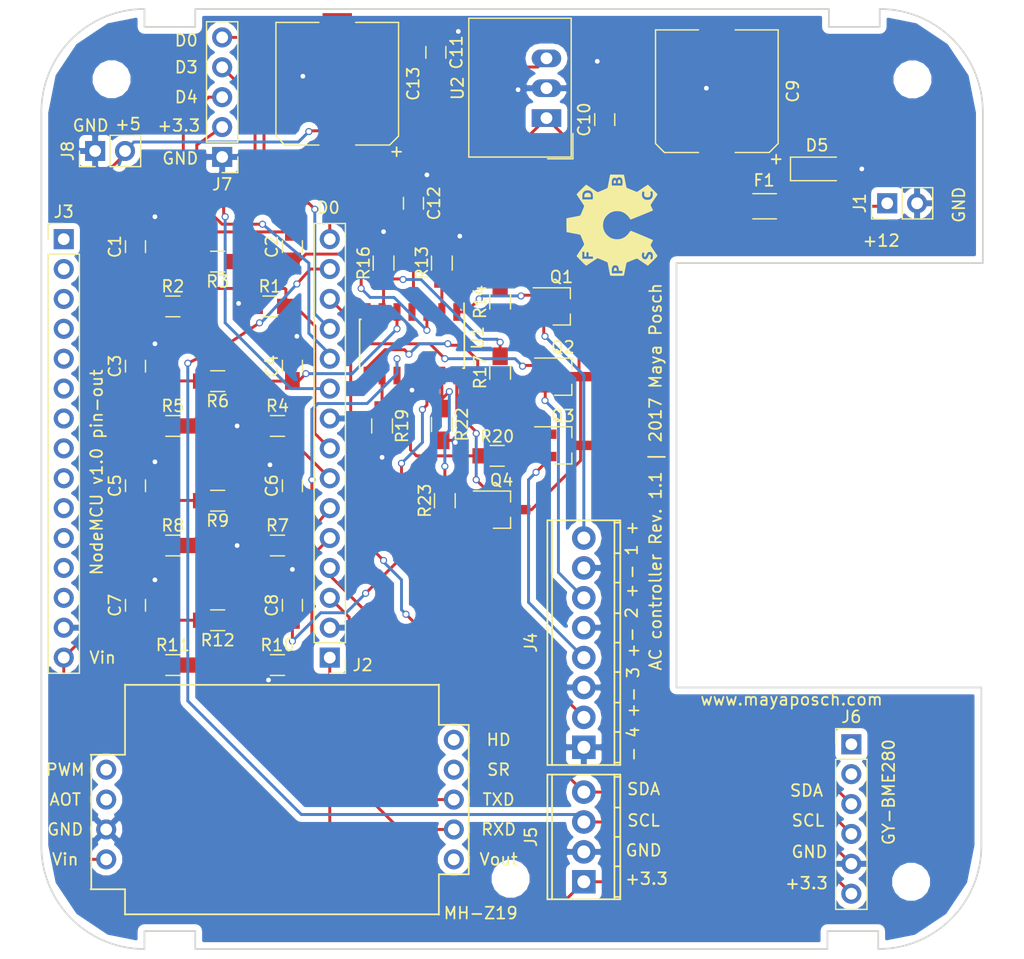
<source format=kicad_pcb>
(kicad_pcb (version 4) (host pcbnew 4.0.7)
  (layers (0 F.Cu signal) (31 B.Cu signal) (34 B.Paste user) (35 F.Paste user) (36 B.SilkS user) (37 F.SilkS user) (38 B.Mask user) (39 F.Mask user) (44 Edge.Cuts user))
  (net 0 "")
  (net 1 "Net-(C1-Pad1)")
  (net 2 GND)
  (net 3 "Net-(C2-Pad1)")
  (net 4 "Net-(C3-Pad1)")
  (net 5 "Net-(C4-Pad1)")
  (net 6 "Net-(C5-Pad1)")
  (net 7 "Net-(C6-Pad1)")
  (net 8 "Net-(C7-Pad1)")
  (net 9 "Net-(C8-Pad1)")
  (net 10 "Net-(C10-Pad1)")
  (net 11 "Net-(C11-Pad2)")
  (net 12 "Net-(F1-Pad2)")
  (net 13 "Net-(J2-Pad1)")
  (net 14 "Net-(J2-Pad3)")
  (net 15 "Net-(J2-Pad4)")
  (net 16 "Net-(J2-Pad5)")
  (net 17 "Net-(J2-Pad6)")
  (net 18 "Net-(J2-Pad7)")
  (net 19 "Net-(J2-Pad8)")
  (net 20 "Net-(J2-Pad10)")
  (net 21 "Net-(J2-Pad11)")
  (net 22 "Net-(J2-Pad12)")
  (net 23 "Net-(J2-Pad13)")
  (net 24 "Net-(J2-Pad14)")
  (net 25 "Net-(J2-Pad15)")
  (net 26 "Net-(J3-Pad1)")
  (net 27 "Net-(J3-Pad2)")
  (net 28 "Net-(J3-Pad3)")
  (net 29 "Net-(J3-Pad4)")
  (net 30 "Net-(J3-Pad5)")
  (net 31 "Net-(J3-Pad6)")
  (net 32 "Net-(J3-Pad7)")
  (net 33 "Net-(J3-Pad8)")
  (net 34 "Net-(J3-Pad9)")
  (net 35 "Net-(J3-Pad10)")
  (net 36 "Net-(J3-Pad11)")
  (net 37 "Net-(J3-Pad12)")
  (net 38 "Net-(J3-Pad13)")
  (net 39 "Net-(J4-Pad4)")
  (net 40 "Net-(J4-Pad2)")
  (net 41 "Net-(J4-Pad6)")
  (net 42 "Net-(J4-Pad8)")
  (net 43 "Net-(J6-Pad1)")
  (net 44 "Net-(J6-Pad2)")
  (net 45 "Net-(U3-Pad1)")
  (net 46 "Net-(U3-Pad4)")
  (net 47 "Net-(U3-Pad5)")
  (net 48 "Net-(U3-Pad8)")
  (net 49 "Net-(U3-Pad9)")
  (net 50 "Net-(Q1-Pad1)")
  (net 51 "Net-(Q2-Pad1)")
  (net 52 "Net-(Q3-Pad1)")
  (net 53 "Net-(Q4-Pad1)")
  (net 54 "Net-(R13-Pad1)")
  (net 55 "Net-(R16-Pad1)")
  (net 56 "Net-(R19-Pad1)")
  (net 57 "Net-(R22-Pad1)")
  (module Socket_Strips:Socket_Strip_Straight_1x15_Pitch2.54mm (layer F.Cu) (at 200.66 78.74 180)
    (fp_text reference J2 (at -2.794 -0.635 180) (layer F.SilkS))
    (fp_text value CONN_01X15)
    (pad 1 thru_hole rect (at 0 0 180) (size 1.7 1.7) (drill 1) (layers *.Cu *.Mask) (net 13 "Net-(J2-Pad1)"))
    (pad 2 thru_hole oval (at 0 2.54 180) (size 1.7 1.7) (drill 1) (layers *.Cu *.Mask) (net 2 GND))
    (pad 3 thru_hole oval (at 0 5.08 180) (size 1.7 1.7) (drill 1) (layers *.Cu *.Mask) (net 14 "Net-(J2-Pad3)"))
    (pad 4 thru_hole oval (at 0 7.62 180) (size 1.7 1.7) (drill 1) (layers *.Cu *.Mask) (net 15 "Net-(J2-Pad4)"))
    (pad 5 thru_hole oval (at 0 10.16 180) (size 1.7 1.7) (drill 1) (layers *.Cu *.Mask) (net 16 "Net-(J2-Pad5)"))
    (pad 6 thru_hole oval (at 0 12.7 180) (size 1.7 1.7) (drill 1) (layers *.Cu *.Mask) (net 17 "Net-(J2-Pad6)"))
    (pad 7 thru_hole oval (at 0 15.24 180) (size 1.7 1.7) (drill 1) (layers *.Cu *.Mask) (net 18 "Net-(J2-Pad7)"))
    (pad 8 thru_hole oval (at 0 17.78 180) (size 1.7 1.7) (drill 1) (layers *.Cu *.Mask) (net 19 "Net-(J2-Pad8)"))
    (pad 9 thru_hole oval (at 0 20.32 180) (size 1.7 1.7) (drill 1) (layers *.Cu *.Mask) (net 2 GND))
    (pad 10 thru_hole oval (at 0 22.86 180) (size 1.7 1.7) (drill 1) (layers *.Cu *.Mask) (net 20 "Net-(J2-Pad10)"))
    (pad 11 thru_hole oval (at 0 25.4 180) (size 1.7 1.7) (drill 1) (layers *.Cu *.Mask) (net 21 "Net-(J2-Pad11)"))
    (pad 12 thru_hole oval (at 0 27.94 180) (size 1.7 1.7) (drill 1) (layers *.Cu *.Mask) (net 22 "Net-(J2-Pad12)"))
    (pad 13 thru_hole oval (at 0 30.48 180) (size 1.7 1.7) (drill 1) (layers *.Cu *.Mask) (net 23 "Net-(J2-Pad13)"))
    (pad 14 thru_hole oval (at 0 33.02 180) (size 1.7 1.7) (drill 1) (layers *.Cu *.Mask) (net 24 "Net-(J2-Pad14)"))
    (pad 15 thru_hole oval (at 0 35.56 180) (size 1.7 1.7) (drill 1) (layers *.Cu *.Mask) (net 25 "Net-(J2-Pad15)"))
  )
  (module Socket_Strips:Socket_Strip_Straight_1x15_Pitch2.54mm (layer F.Cu) (at 178.054 43.18)
    (fp_text reference J3 (at 0 -2.33) (layer F.SilkS))
    (fp_text value CONN_01X15)
    (pad 1 thru_hole rect (at 0 0) (size 1.7 1.7) (drill 1) (layers *.Cu *.Mask) (net 26 "Net-(J3-Pad1)"))
    (pad 2 thru_hole oval (at 0 2.54) (size 1.7 1.7) (drill 1) (layers *.Cu *.Mask) (net 27 "Net-(J3-Pad2)"))
    (pad 3 thru_hole oval (at 0 5.08) (size 1.7 1.7) (drill 1) (layers *.Cu *.Mask) (net 28 "Net-(J3-Pad3)"))
    (pad 4 thru_hole oval (at 0 7.62) (size 1.7 1.7) (drill 1) (layers *.Cu *.Mask) (net 29 "Net-(J3-Pad4)"))
    (pad 5 thru_hole oval (at 0 10.16) (size 1.7 1.7) (drill 1) (layers *.Cu *.Mask) (net 30 "Net-(J3-Pad5)"))
    (pad 6 thru_hole oval (at 0 12.7) (size 1.7 1.7) (drill 1) (layers *.Cu *.Mask) (net 31 "Net-(J3-Pad6)"))
    (pad 7 thru_hole oval (at 0 15.24) (size 1.7 1.7) (drill 1) (layers *.Cu *.Mask) (net 32 "Net-(J3-Pad7)"))
    (pad 8 thru_hole oval (at 0 17.78) (size 1.7 1.7) (drill 1) (layers *.Cu *.Mask) (net 33 "Net-(J3-Pad8)"))
    (pad 9 thru_hole oval (at 0 20.32) (size 1.7 1.7) (drill 1) (layers *.Cu *.Mask) (net 34 "Net-(J3-Pad9)"))
    (pad 10 thru_hole oval (at 0 22.86) (size 1.7 1.7) (drill 1) (layers *.Cu *.Mask) (net 35 "Net-(J3-Pad10)"))
    (pad 11 thru_hole oval (at 0 25.4) (size 1.7 1.7) (drill 1) (layers *.Cu *.Mask) (net 36 "Net-(J3-Pad11)"))
    (pad 12 thru_hole oval (at 0 27.94) (size 1.7 1.7) (drill 1) (layers *.Cu *.Mask) (net 37 "Net-(J3-Pad12)"))
    (pad 13 thru_hole oval (at 0 30.48) (size 1.7 1.7) (drill 1) (layers *.Cu *.Mask) (net 38 "Net-(J3-Pad13)"))
    (pad 14 thru_hole oval (at 0 33.02) (size 1.7 1.7) (drill 1) (layers *.Cu *.Mask) (net 2 GND))
    (pad 15 thru_hole oval (at 0 35.56) (size 1.7 1.7) (drill 1) (layers *.Cu *.Mask) (net 11 "Net-(C11-Pad2)"))
  )
  (module Connectors_Terminal_Blocks:TerminalBlock_Pheonix_MPT-2.54mm_8pol (layer F.Cu) (at 222.25 86.36 90)
    (fp_text reference J4 (at 8.89 -4.50088 90) (layer F.SilkS))
    (fp_text value Screw_Terminal_1x08)
    (pad 4 thru_hole oval (at 7.62 0 270) (size 1.99898 1.99898) (drill 1.09728) (layers *.Cu *.Mask) (net 39 "Net-(J4-Pad4)"))
    (pad 1 thru_hole rect (at 0 0 270) (size 1.99898 1.99898) (drill 1.09728) (layers *.Cu *.Mask) (net 2 GND))
    (pad 2 thru_hole oval (at 2.54 0 270) (size 1.99898 1.99898) (drill 1.09728) (layers *.Cu *.Mask) (net 40 "Net-(J4-Pad2)"))
    (pad 3 thru_hole oval (at 5.08 0 270) (size 1.99898 1.99898) (drill 1.09728) (layers *.Cu *.Mask) (net 2 GND))
    (pad 5 thru_hole oval (at 10.16 0 270) (size 1.99898 1.99898) (drill 1.09728) (layers *.Cu *.Mask) (net 2 GND))
    (pad 6 thru_hole oval (at 12.7 0 270) (size 1.99898 1.99898) (drill 1.09728) (layers *.Cu *.Mask) (net 41 "Net-(J4-Pad6)"))
    (pad 7 thru_hole oval (at 15.24 0 270) (size 1.99898 1.99898) (drill 1.09728) (layers *.Cu *.Mask) (net 2 GND))
    (pad 8 thru_hole oval (at 17.78 0 270) (size 1.99898 1.99898) (drill 1.09728) (layers *.Cu *.Mask) (net 42 "Net-(J4-Pad8)"))
  )
  (module Connectors_Terminal_Blocks:TerminalBlock_Pheonix_MPT-2.54mm_4pol (layer F.Cu) (at 222.25 97.79 90)
    (fp_text reference J5 (at 3.81 -4.50088 90) (layer F.SilkS))
    (fp_text value Screw_Terminal_1x04)
    (pad 4 thru_hole oval (at 7.62 0 270) (size 1.99898 1.99898) (drill 1.09728) (layers *.Cu *.Mask) (net 23 "Net-(J2-Pad13)"))
    (pad 1 thru_hole rect (at 0 0 270) (size 1.99898 1.99898) (drill 1.09728) (layers *.Cu *.Mask) (net 13 "Net-(J2-Pad1)"))
    (pad 2 thru_hole oval (at 2.54 0 270) (size 1.99898 1.99898) (drill 1.09728) (layers *.Cu *.Mask) (net 2 GND))
    (pad 3 thru_hole oval (at 5.08 0 270) (size 1.99898 1.99898) (drill 1.09728) (layers *.Cu *.Mask) (net 24 "Net-(J2-Pad14)"))
  )
  (module Socket_Strips:Socket_Strip_Straight_1x06_Pitch2.54mm (layer F.Cu) (at 244.983 86.106)
    (fp_text reference J6 (at 0 -2.33) (layer F.SilkS))
    (fp_text value CONN_01X06)
    (pad 1 thru_hole rect (at 0 0) (size 1.7 1.7) (drill 1) (layers *.Cu *.Mask) (net 43 "Net-(J6-Pad1)"))
    (pad 2 thru_hole oval (at 0 2.54) (size 1.7 1.7) (drill 1) (layers *.Cu *.Mask) (net 44 "Net-(J6-Pad2)"))
    (pad 3 thru_hole oval (at 0 5.08) (size 1.7 1.7) (drill 1) (layers *.Cu *.Mask) (net 23 "Net-(J2-Pad13)"))
    (pad 4 thru_hole oval (at 0 7.62) (size 1.7 1.7) (drill 1) (layers *.Cu *.Mask) (net 24 "Net-(J2-Pad14)"))
    (pad 5 thru_hole oval (at 0 10.16) (size 1.7 1.7) (drill 1) (layers *.Cu *.Mask) (net 2 GND))
    (pad 6 thru_hole oval (at 0 12.7) (size 1.7 1.7) (drill 1) (layers *.Cu *.Mask) (net 13 "Net-(J2-Pad1)"))
  )
  (module Pin_Headers:Pin_Header_Straight_1x05_Pitch2.54mm (layer F.Cu) (at 191.516 36.195 180)
    (fp_text reference J7 (at 0 -2.33 180) (layer F.SilkS))
    (fp_text value CONN_01X05)
    (pad 1 thru_hole rect (at 0 0 180) (size 1.7 1.7) (drill 1) (layers *.Cu *.Mask) (net 2 GND))
    (pad 2 thru_hole oval (at 0 2.54 180) (size 1.7 1.7) (drill 1) (layers *.Cu *.Mask) (net 20 "Net-(J2-Pad10)"))
    (pad 3 thru_hole oval (at 0 5.08 180) (size 1.7 1.7) (drill 1) (layers *.Cu *.Mask) (net 21 "Net-(J2-Pad11)"))
    (pad 4 thru_hole oval (at 0 7.62 180) (size 1.7 1.7) (drill 1) (layers *.Cu *.Mask) (net 22 "Net-(J2-Pad12)"))
    (pad 5 thru_hole oval (at 0 10.16 180) (size 1.7 1.7) (drill 1) (layers *.Cu *.Mask) (net 25 "Net-(J2-Pad15)"))
  )
  (module Capacitors_SMD:C_0805_HandSoldering (layer F.Cu) (at 184.15 43.815 90)
    (fp_text reference C1 (at 0 -1.75 90) (layer F.SilkS))
    (fp_text value 1uF)
    (pad 1 smd rect (at -1.25 0 90) (size 1.5 1.25) (layers F.Cu F.Paste F.Mask) (net 1 "Net-(C1-Pad1)"))
    (pad 2 smd rect (at 1.25 0 90) (size 1.5 1.25) (layers F.Cu F.Paste F.Mask) (net 2 GND))
  )
  (module Capacitors_SMD:C_0805_HandSoldering (layer F.Cu) (at 197.485 43.815 90)
    (fp_text reference C2 (at 0 -1.75 90) (layer F.SilkS))
    (fp_text value 1uF)
    (pad 1 smd rect (at -1.25 0 90) (size 1.5 1.25) (layers F.Cu F.Paste F.Mask) (net 3 "Net-(C2-Pad1)"))
    (pad 2 smd rect (at 1.25 0 90) (size 1.5 1.25) (layers F.Cu F.Paste F.Mask) (net 2 GND))
  )
  (module Capacitors_SMD:C_0805_HandSoldering (layer F.Cu) (at 184.15 53.975 90)
    (fp_text reference C3 (at 0 -1.75 90) (layer F.SilkS))
    (fp_text value 1uF)
    (pad 1 smd rect (at -1.25 0 90) (size 1.5 1.25) (layers F.Cu F.Paste F.Mask) (net 4 "Net-(C3-Pad1)"))
    (pad 2 smd rect (at 1.25 0 90) (size 1.5 1.25) (layers F.Cu F.Paste F.Mask) (net 2 GND))
  )
  (module Capacitors_SMD:C_0805_HandSoldering (layer F.Cu) (at 197.485 53.975 90)
    (fp_text reference C4 (at 0 -1.75 90) (layer F.SilkS))
    (fp_text value 1uF)
    (pad 1 smd rect (at -1.25 0 90) (size 1.5 1.25) (layers F.Cu F.Paste F.Mask) (net 5 "Net-(C4-Pad1)"))
    (pad 2 smd rect (at 1.25 0 90) (size 1.5 1.25) (layers F.Cu F.Paste F.Mask) (net 2 GND))
  )
  (module Capacitors_SMD:C_0805_HandSoldering (layer F.Cu) (at 184.15 64.135 90)
    (fp_text reference C5 (at 0 -1.75 90) (layer F.SilkS))
    (fp_text value 1uF)
    (pad 1 smd rect (at -1.25 0 90) (size 1.5 1.25) (layers F.Cu F.Paste F.Mask) (net 6 "Net-(C5-Pad1)"))
    (pad 2 smd rect (at 1.25 0 90) (size 1.5 1.25) (layers F.Cu F.Paste F.Mask) (net 2 GND))
  )
  (module Capacitors_SMD:C_0805_HandSoldering (layer F.Cu) (at 197.485 64.135 90)
    (fp_text reference C6 (at 0 -1.75 90) (layer F.SilkS))
    (fp_text value 1uF)
    (pad 1 smd rect (at -1.25 0 90) (size 1.5 1.25) (layers F.Cu F.Paste F.Mask) (net 7 "Net-(C6-Pad1)"))
    (pad 2 smd rect (at 1.25 0 90) (size 1.5 1.25) (layers F.Cu F.Paste F.Mask) (net 2 GND))
  )
  (module Capacitors_SMD:C_0805_HandSoldering (layer F.Cu) (at 184.15 74.295 90)
    (fp_text reference C7 (at 0 -1.75 90) (layer F.SilkS))
    (fp_text value 1uF)
    (pad 1 smd rect (at -1.25 0 90) (size 1.5 1.25) (layers F.Cu F.Paste F.Mask) (net 8 "Net-(C7-Pad1)"))
    (pad 2 smd rect (at 1.25 0 90) (size 1.5 1.25) (layers F.Cu F.Paste F.Mask) (net 2 GND))
  )
  (module Capacitors_SMD:C_0805_HandSoldering (layer F.Cu) (at 197.485 74.295 90)
    (fp_text reference C8 (at 0 -1.75 90) (layer F.SilkS))
    (fp_text value 1uF)
    (pad 1 smd rect (at -1.25 0 90) (size 1.5 1.25) (layers F.Cu F.Paste F.Mask) (net 9 "Net-(C8-Pad1)"))
    (pad 2 smd rect (at 1.25 0 90) (size 1.5 1.25) (layers F.Cu F.Paste F.Mask) (net 2 GND))
  )
  (module Capacitors_SMD:CP_Elec_10x10 (layer F.Cu) (at 233.553 30.607 90)
    (fp_text reference C9 (at 0 6.46 90) (layer F.SilkS))
    (fp_text value 220uF)
    (fp_text user + (at -5.78 4.97 90) (layer F.SilkS))
    (pad 1 smd rect (at -4 0 270) (size 4 2.5) (layers F.Cu F.Paste F.Mask) (net 10 "Net-(C10-Pad1)"))
    (pad 2 smd rect (at 4 0 270) (size 4 2.5) (layers F.Cu F.Paste F.Mask) (net 2 GND))
  )
  (module Capacitors_SMD:C_0805_HandSoldering (layer F.Cu) (at 224.028 33.02 90)
    (fp_text reference C10 (at 0 -1.75 90) (layer F.SilkS))
    (fp_text value 100nF)
    (pad 1 smd rect (at -1.25 0 90) (size 1.5 1.25) (layers F.Cu F.Paste F.Mask) (net 10 "Net-(C10-Pad1)"))
    (pad 2 smd rect (at 1.25 0 90) (size 1.5 1.25) (layers F.Cu F.Paste F.Mask) (net 2 GND))
  )
  (module Capacitors_SMD:C_0805_HandSoldering (layer F.Cu) (at 209.677 27.305 270)
    (fp_text reference C11 (at 0 -1.75 270) (layer F.SilkS))
    (fp_text value 100nF)
    (pad 1 smd rect (at -1.25 0 270) (size 1.5 1.25) (layers F.Cu F.Paste F.Mask) (net 2 GND))
    (pad 2 smd rect (at 1.25 0 270) (size 1.5 1.25) (layers F.Cu F.Paste F.Mask) (net 11 "Net-(C11-Pad2)"))
  )
  (module Capacitors_SMD:C_0805_HandSoldering (layer F.Cu) (at 207.772 40.132 270)
    (fp_text reference C12 (at 0 -1.75 270) (layer F.SilkS))
    (fp_text value 100nF)
    (pad 1 smd rect (at -1.25 0 270) (size 1.5 1.25) (layers F.Cu F.Paste F.Mask) (net 2 GND))
    (pad 2 smd rect (at 1.25 0 270) (size 1.5 1.25) (layers F.Cu F.Paste F.Mask) (net 10 "Net-(C10-Pad1)"))
  )
  (module Capacitors_SMD:CP_Elec_10x10 (layer F.Cu) (at 201.295 29.972 90)
    (fp_text reference C13 (at 0 6.46 90) (layer F.SilkS))
    (fp_text value 220uF)
    (fp_text user + (at -5.78 4.97 90) (layer F.SilkS))
    (pad 1 smd rect (at -4 0 270) (size 4 2.5) (layers F.Cu F.Paste F.Mask) (net 11 "Net-(C11-Pad2)"))
    (pad 2 smd rect (at 4 0 270) (size 4 2.5) (layers F.Cu F.Paste F.Mask) (net 2 GND))
  )
  (module Diodes_SMD:D_SOD-123 (layer F.Cu) (at 242.062 37.211)
    (fp_text reference D5 (at 0 -2) (layer F.SilkS))
    (fp_text value D)
    (pad 1 smd rect (at -1.65 0) (size 0.9 1.2) (layers F.Cu F.Paste F.Mask) (net 10 "Net-(C10-Pad1)"))
    (pad 2 smd rect (at 1.65 0) (size 0.9 1.2) (layers F.Cu F.Paste F.Mask) (net 2 GND))
  )
  (module Resistors_SMD:R_0805_HandSoldering (layer F.Cu) (at 195.58 48.895)
    (fp_text reference R1 (at 0 -1.7) (layer F.SilkS))
    (fp_text value 1k)
    (pad 1 smd rect (at -1.35 0) (size 1.5 1.3) (layers F.Cu F.Paste F.Mask) (net 2 GND))
    (pad 2 smd rect (at 1.35 0) (size 1.5 1.3) (layers F.Cu F.Paste F.Mask) (net 19 "Net-(J2-Pad8)"))
  )
  (module Resistors_SMD:R_0805_HandSoldering (layer F.Cu) (at 187.325 48.895)
    (fp_text reference R2 (at 0 -1.7) (layer F.SilkS))
    (fp_text value 10k)
    (pad 1 smd rect (at -1.35 0) (size 1.5 1.3) (layers F.Cu F.Paste F.Mask) (net 1 "Net-(C1-Pad1)"))
    (pad 2 smd rect (at 1.35 0) (size 1.5 1.3) (layers F.Cu F.Paste F.Mask) (net 19 "Net-(J2-Pad8)"))
  )
  (module Resistors_SMD:R_0805_HandSoldering (layer F.Cu) (at 191.135 45.085 180)
    (fp_text reference R3 (at 0 -1.7 180) (layer F.SilkS))
    (fp_text value 10k)
    (pad 1 smd rect (at -1.35 0 180) (size 1.5 1.3) (layers F.Cu F.Paste F.Mask) (net 3 "Net-(C2-Pad1)"))
    (pad 2 smd rect (at 1.35 0 180) (size 1.5 1.3) (layers F.Cu F.Paste F.Mask) (net 1 "Net-(C1-Pad1)"))
  )
  (module Resistors_SMD:R_0805_HandSoldering (layer F.Cu) (at 196.215 59.055)
    (fp_text reference R4 (at 0 -1.7) (layer F.SilkS))
    (fp_text value 1k)
    (pad 1 smd rect (at -1.35 0) (size 1.5 1.3) (layers F.Cu F.Paste F.Mask) (net 2 GND))
    (pad 2 smd rect (at 1.35 0) (size 1.5 1.3) (layers F.Cu F.Paste F.Mask) (net 18 "Net-(J2-Pad7)"))
  )
  (module Resistors_SMD:R_0805_HandSoldering (layer F.Cu) (at 187.325 59.055)
    (fp_text reference R5 (at 0 -1.7) (layer F.SilkS))
    (fp_text value 10k)
    (pad 1 smd rect (at -1.35 0) (size 1.5 1.3) (layers F.Cu F.Paste F.Mask) (net 4 "Net-(C3-Pad1)"))
    (pad 2 smd rect (at 1.35 0) (size 1.5 1.3) (layers F.Cu F.Paste F.Mask) (net 18 "Net-(J2-Pad7)"))
  )
  (module Resistors_SMD:R_0805_HandSoldering (layer F.Cu) (at 191.135 55.245 180)
    (fp_text reference R6 (at 0 -1.7 180) (layer F.SilkS))
    (fp_text value 10k)
    (pad 1 smd rect (at -1.35 0 180) (size 1.5 1.3) (layers F.Cu F.Paste F.Mask) (net 5 "Net-(C4-Pad1)"))
    (pad 2 smd rect (at 1.35 0 180) (size 1.5 1.3) (layers F.Cu F.Paste F.Mask) (net 4 "Net-(C3-Pad1)"))
  )
  (module Resistors_SMD:R_0805_HandSoldering (layer F.Cu) (at 196.215 69.215)
    (fp_text reference R7 (at 0 -1.7) (layer F.SilkS))
    (fp_text value 1k)
    (pad 1 smd rect (at -1.35 0) (size 1.5 1.3) (layers F.Cu F.Paste F.Mask) (net 2 GND))
    (pad 2 smd rect (at 1.35 0) (size 1.5 1.3) (layers F.Cu F.Paste F.Mask) (net 17 "Net-(J2-Pad6)"))
  )
  (module Resistors_SMD:R_0805_HandSoldering (layer F.Cu) (at 187.325 69.215)
    (fp_text reference R8 (at 0 -1.7) (layer F.SilkS))
    (fp_text value 10k)
    (pad 1 smd rect (at -1.35 0) (size 1.5 1.3) (layers F.Cu F.Paste F.Mask) (net 6 "Net-(C5-Pad1)"))
    (pad 2 smd rect (at 1.35 0) (size 1.5 1.3) (layers F.Cu F.Paste F.Mask) (net 17 "Net-(J2-Pad6)"))
  )
  (module Resistors_SMD:R_0805_HandSoldering (layer F.Cu) (at 191.135 65.405 180)
    (fp_text reference R9 (at 0 -1.7 180) (layer F.SilkS))
    (fp_text value 10k)
    (pad 1 smd rect (at -1.35 0 180) (size 1.5 1.3) (layers F.Cu F.Paste F.Mask) (net 7 "Net-(C6-Pad1)"))
    (pad 2 smd rect (at 1.35 0 180) (size 1.5 1.3) (layers F.Cu F.Paste F.Mask) (net 6 "Net-(C5-Pad1)"))
  )
  (module Resistors_SMD:R_0805_HandSoldering (layer F.Cu) (at 196.215 79.375)
    (fp_text reference R10 (at 0 -1.7) (layer F.SilkS))
    (fp_text value 1k)
    (pad 1 smd rect (at -1.35 0) (size 1.5 1.3) (layers F.Cu F.Paste F.Mask) (net 2 GND))
    (pad 2 smd rect (at 1.35 0) (size 1.5 1.3) (layers F.Cu F.Paste F.Mask) (net 16 "Net-(J2-Pad5)"))
  )
  (module Resistors_SMD:R_0805_HandSoldering (layer F.Cu) (at 187.325 79.375)
    (fp_text reference R11 (at 0 -1.7) (layer F.SilkS))
    (fp_text value 10k)
    (pad 1 smd rect (at -1.35 0) (size 1.5 1.3) (layers F.Cu F.Paste F.Mask) (net 8 "Net-(C7-Pad1)"))
    (pad 2 smd rect (at 1.35 0) (size 1.5 1.3) (layers F.Cu F.Paste F.Mask) (net 16 "Net-(J2-Pad5)"))
  )
  (module Resistors_SMD:R_0805_HandSoldering (layer F.Cu) (at 191.135 75.565 180)
    (fp_text reference R12 (at 0 -1.7 180) (layer F.SilkS))
    (fp_text value 10k)
    (pad 1 smd rect (at -1.35 0 180) (size 1.5 1.3) (layers F.Cu F.Paste F.Mask) (net 9 "Net-(C8-Pad1)"))
    (pad 2 smd rect (at 1.35 0 180) (size 1.5 1.3) (layers F.Cu F.Paste F.Mask) (net 8 "Net-(C7-Pad1)"))
  )
  (module Resistors_SMD:R_0805_HandSoldering (layer F.Cu) (at 210.185 45.212 90)
    (fp_text reference R13 (at 0 -1.7 90) (layer F.SilkS))
    (fp_text value 10k)
    (pad 1 smd rect (at -1.35 0 90) (size 1.5 1.3) (layers F.Cu F.Paste F.Mask) (net 54 "Net-(R13-Pad1)"))
    (pad 2 smd rect (at 1.35 0 90) (size 1.5 1.3) (layers F.Cu F.Paste F.Mask) (net 2 GND))
  )
  (module Resistors_SMD:R_0805_HandSoldering (layer F.Cu) (at 215.138 48.514 90)
    (fp_text reference R14 (at 0 -1.7 90) (layer F.SilkS))
    (fp_text value 20k)
    (pad 1 smd rect (at -1.35 0 90) (size 1.5 1.3) (layers F.Cu F.Paste F.Mask) (net 42 "Net-(J4-Pad8)"))
    (pad 2 smd rect (at 1.35 0 90) (size 1.5 1.3) (layers F.Cu F.Paste F.Mask) (net 54 "Net-(R13-Pad1)"))
  )
  (module Resistors_SMD:R_0805_HandSoldering (layer F.Cu) (at 205.232 45.212 90)
    (fp_text reference R16 (at 0 -1.7 90) (layer F.SilkS))
    (fp_text value 10k)
    (pad 1 smd rect (at -1.35 0 90) (size 1.5 1.3) (layers F.Cu F.Paste F.Mask) (net 55 "Net-(R16-Pad1)"))
    (pad 2 smd rect (at 1.35 0 90) (size 1.5 1.3) (layers F.Cu F.Paste F.Mask) (net 2 GND))
  )
  (module Resistors_SMD:R_0805_HandSoldering (layer F.Cu) (at 215.138 54.483 90)
    (fp_text reference R17 (at 0 -1.7 90) (layer F.SilkS))
    (fp_text value 20k)
    (pad 1 smd rect (at -1.35 0 90) (size 1.5 1.3) (layers F.Cu F.Paste F.Mask) (net 41 "Net-(J4-Pad6)"))
    (pad 2 smd rect (at 1.35 0 90) (size 1.5 1.3) (layers F.Cu F.Paste F.Mask) (net 55 "Net-(R16-Pad1)"))
  )
  (module Resistors_SMD:R_0805_HandSoldering (layer F.Cu) (at 205.105 59.055 270)
    (fp_text reference R19 (at 0 -1.7 270) (layer F.SilkS))
    (fp_text value 10k)
    (pad 1 smd rect (at -1.35 0 270) (size 1.5 1.3) (layers F.Cu F.Paste F.Mask) (net 56 "Net-(R19-Pad1)"))
    (pad 2 smd rect (at 1.35 0 270) (size 1.5 1.3) (layers F.Cu F.Paste F.Mask) (net 2 GND))
  )
  (module Resistors_SMD:R_0805_HandSoldering (layer F.Cu) (at 214.884 61.595 180)
    (fp_text reference R20 (at 0 1.651 180) (layer F.SilkS))
    (fp_text value 20k)
    (pad 1 smd rect (at -1.35 0 180) (size 1.5 1.3) (layers F.Cu F.Paste F.Mask) (net 39 "Net-(J4-Pad4)"))
    (pad 2 smd rect (at 1.35 0 180) (size 1.5 1.3) (layers F.Cu F.Paste F.Mask) (net 56 "Net-(R19-Pad1)"))
  )
  (module Resistors_SMD:R_0805_HandSoldering (layer F.Cu) (at 210.185 58.928 270)
    (fp_text reference R22 (at 0 -1.7 270) (layer F.SilkS))
    (fp_text value 10k)
    (pad 1 smd rect (at -1.35 0 270) (size 1.5 1.3) (layers F.Cu F.Paste F.Mask) (net 57 "Net-(R22-Pad1)"))
    (pad 2 smd rect (at 1.35 0 270) (size 1.5 1.3) (layers F.Cu F.Paste F.Mask) (net 2 GND))
  )
  (module Resistors_SMD:R_0805_HandSoldering (layer F.Cu) (at 210.439 65.405 90)
    (fp_text reference R23 (at 0 -1.7 90) (layer F.SilkS))
    (fp_text value 20k)
    (pad 1 smd rect (at -1.35 0 90) (size 1.5 1.3) (layers F.Cu F.Paste F.Mask) (net 40 "Net-(J4-Pad2)"))
    (pad 2 smd rect (at 1.35 0 90) (size 1.5 1.3) (layers F.Cu F.Paste F.Mask) (net 57 "Net-(R22-Pad1)"))
  )
  (module Housings_SOIC:SOIC-14_3.9x8.7mm_Pitch1.27mm (layer F.Cu) (at 207.645 52.07 270)
    (fp_text reference U1 (at -0.508 -5.588 270) (layer F.SilkS))
    (fp_text value LM324N)
    (pad 1 smd rect (at -2.7 -3.81 270) (size 1.5 0.6) (layers F.Cu F.Paste F.Mask) (net 50 "Net-(Q1-Pad1)"))
    (pad 2 smd rect (at -2.7 -2.54 270) (size 1.5 0.6) (layers F.Cu F.Paste F.Mask) (net 54 "Net-(R13-Pad1)"))
    (pad 3 smd rect (at -2.7 -1.27 270) (size 1.5 0.6) (layers F.Cu F.Paste F.Mask) (net 3 "Net-(C2-Pad1)"))
    (pad 4 smd rect (at -2.7 0 270) (size 1.5 0.6) (layers F.Cu F.Paste F.Mask) (net 10 "Net-(C10-Pad1)"))
    (pad 5 smd rect (at -2.7 1.27 270) (size 1.5 0.6) (layers F.Cu F.Paste F.Mask) (net 5 "Net-(C4-Pad1)"))
    (pad 6 smd rect (at -2.7 2.54 270) (size 1.5 0.6) (layers F.Cu F.Paste F.Mask) (net 55 "Net-(R16-Pad1)"))
    (pad 7 smd rect (at -2.7 3.81 270) (size 1.5 0.6) (layers F.Cu F.Paste F.Mask) (net 51 "Net-(Q2-Pad1)"))
    (pad 8 smd rect (at 2.7 3.81 270) (size 1.5 0.6) (layers F.Cu F.Paste F.Mask) (net 52 "Net-(Q3-Pad1)"))
    (pad 9 smd rect (at 2.7 2.54 270) (size 1.5 0.6) (layers F.Cu F.Paste F.Mask) (net 56 "Net-(R19-Pad1)"))
    (pad 10 smd rect (at 2.7 1.27 270) (size 1.5 0.6) (layers F.Cu F.Paste F.Mask) (net 7 "Net-(C6-Pad1)"))
    (pad 11 smd rect (at 2.7 0 270) (size 1.5 0.6) (layers F.Cu F.Paste F.Mask) (net 2 GND))
    (pad 12 smd rect (at 2.7 -1.27 270) (size 1.5 0.6) (layers F.Cu F.Paste F.Mask) (net 9 "Net-(C8-Pad1)"))
    (pad 13 smd rect (at 2.7 -2.54 270) (size 1.5 0.6) (layers F.Cu F.Paste F.Mask) (net 57 "Net-(R22-Pad1)"))
    (pad 14 smd rect (at 2.7 -3.81 270) (size 1.5 0.6) (layers F.Cu F.Paste F.Mask) (net 53 "Net-(Q4-Pad1)"))
  )
  (module TO_SOT_Packages_SMD:SOT-23_Handsoldering (layer F.Cu) (at 220.345 48.895)
    (fp_text reference Q1 (at 0 -2.5) (layer F.SilkS))
    (fp_text value MMBT2222)
    (pad 1 smd rect (at -1.5 -0.95) (size 1.9 0.8) (layers F.Cu F.Paste F.Mask) (net 50 "Net-(Q1-Pad1)"))
    (pad 2 smd rect (at -1.5 0.95) (size 1.9 0.8) (layers F.Cu F.Paste F.Mask) (net 42 "Net-(J4-Pad8)"))
    (pad 3 smd rect (at 1.5 0) (size 1.9 0.8) (layers F.Cu F.Paste F.Mask) (net 10 "Net-(C10-Pad1)"))
  )
  (module TO_SOT_Packages_SMD:SOT-23_Handsoldering (layer F.Cu) (at 220.472 54.864)
    (fp_text reference Q2 (at 0 -2.5) (layer F.SilkS))
    (fp_text value MMBT2222)
    (pad 1 smd rect (at -1.5 -0.95) (size 1.9 0.8) (layers F.Cu F.Paste F.Mask) (net 51 "Net-(Q2-Pad1)"))
    (pad 2 smd rect (at -1.5 0.95) (size 1.9 0.8) (layers F.Cu F.Paste F.Mask) (net 41 "Net-(J4-Pad6)"))
    (pad 3 smd rect (at 1.5 0) (size 1.9 0.8) (layers F.Cu F.Paste F.Mask) (net 10 "Net-(C10-Pad1)"))
  )
  (module TO_SOT_Packages_SMD:SOT-23_Handsoldering (layer F.Cu) (at 220.472 60.706)
    (fp_text reference Q3 (at 0 -2.5) (layer F.SilkS))
    (fp_text value MMBT2222)
    (pad 1 smd rect (at -1.5 -0.95) (size 1.9 0.8) (layers F.Cu F.Paste F.Mask) (net 52 "Net-(Q3-Pad1)"))
    (pad 2 smd rect (at -1.5 0.95) (size 1.9 0.8) (layers F.Cu F.Paste F.Mask) (net 39 "Net-(J4-Pad4)"))
    (pad 3 smd rect (at 1.5 0) (size 1.9 0.8) (layers F.Cu F.Paste F.Mask) (net 10 "Net-(C10-Pad1)"))
  )
  (module TO_SOT_Packages_SMD:SOT-23_Handsoldering (layer F.Cu) (at 215.265 66.167)
    (fp_text reference Q4 (at 0 -2.5) (layer F.SilkS))
    (fp_text value MMBT2222)
    (pad 1 smd rect (at -1.5 -0.95) (size 1.9 0.8) (layers F.Cu F.Paste F.Mask) (net 53 "Net-(Q4-Pad1)"))
    (pad 2 smd rect (at -1.5 0.95) (size 1.9 0.8) (layers F.Cu F.Paste F.Mask) (net 40 "Net-(J4-Pad2)"))
    (pad 3 smd rect (at 1.5 0) (size 1.9 0.8) (layers F.Cu F.Paste F.Mask) (net 10 "Net-(C10-Pad1)"))
  )
  (module Pin_Headers:Pin_Header_Straight_1x02_Pitch2.54mm (layer F.Cu) (at 248.031 40.132 90)
    (fp_text reference J1 (at 0 -2.33 90) (layer F.SilkS))
    (fp_text value BARREL_JACK)
    (pad 1 thru_hole rect (at 0 0 90) (size 1.7 1.7) (drill 1) (layers *.Cu *.Mask) (net 12 "Net-(F1-Pad2)"))
    (pad 2 thru_hole oval (at 0 2.54 90) (size 1.7 1.7) (drill 1) (layers *.Cu *.Mask) (net 2 GND))
  )
  (module Mounting_Holes:MountingHole_2.2mm_M2 (layer F.Cu) (at 182.118 29.591)
    (fp_text reference REF** hide)
    (fp_text value MountingHole_2.2mm_M2)
    (pad 1 np_thru_hole circle (at 0 0) (size 2.2 2.2) (drill 2.2) (layers *.Cu *.Mask))
  )
  (module Mounting_Holes:MountingHole_2.2mm_M2 (layer F.Cu) (at 216.027 97.536)
    (fp_text reference REF** hide)
    (fp_text value MountingHole_2.2mm_M2)
    (pad 1 np_thru_hole circle (at 0 0) (size 2.2 2.2) (drill 2.2) (layers *.Cu *.Mask))
  )
  (module Mounting_Holes:MountingHole_2.2mm_M2 (layer F.Cu) (at 250.1773 29.6037)
    (fp_text reference REF** hide)
    (fp_text value MountingHole_2.2mm_M2)
    (pad 1 np_thru_hole circle (at 0 0) (size 2.2 2.2) (drill 2.2) (layers *.Cu *.Mask))
  )
  (module Mounting_Holes:MountingHole_2.2mm_M2 (layer F.Cu) (at 250.063 97.79)
    (fp_text reference REF** hide)
    (fp_text value MountingHole_2.2mm_M2)
    (pad 1 np_thru_hole circle (at 0 0) (size 2.2 2.2) (drill 2.2) (layers *.Cu *.Mask))
  )
  (module Pin_Headers:Pin_Header_Straight_1x02_Pitch2.54mm (layer F.Cu) (at 180.721 35.687 90)
    (fp_text reference J8 (at 0 -2.33 90) (layer F.SilkS))
    (fp_text value CONN_01X02_MALE)
    (pad 1 thru_hole rect (at 0 0 90) (size 1.7 1.7) (drill 1) (layers *.Cu *.Mask) (net 2 GND))
    (pad 2 thru_hole oval (at 0 2.54 90) (size 1.7 1.7) (drill 1) (layers *.Cu *.Mask) (net 11 "Net-(C11-Pad2)"))
  )
  (module Fuse_Holders_and_Fuses:Fuse_SMD1206_HandSoldering (layer F.Cu) (at 237.617 40.386)
    (fp_text reference F1 (at -0.05 -2.2) (layer F.SilkS))
    (fp_text value Fuse)
    (pad 1 smd rect (at -2.09 0 90) (size 2.03 2.65) (layers F.Cu F.Paste F.Mask) (net 10 "Net-(C10-Pad1)"))
    (pad 2 smd rect (at 2.09 0 90) (size 2.03 2.65) (layers F.Cu F.Paste F.Mask) (net 12 "Net-(F1-Pad2)"))
  )
  (module Converters_DCDC_ACDC:DCDC-Conv_RECOM_R-78E-0.5 (layer F.Cu) (at 219.075 32.893 90)
    (fp_text reference U2 (at 2.54 -7.55 90) (layer F.SilkS))
    (fp_text value 7805)
    (pad 1 thru_hole rect (at 0 0 90) (size 1.5 2.5) (drill 1) (layers *.Cu *.Mask) (net 10 "Net-(C10-Pad1)"))
    (pad 2 thru_hole oval (at 2.54 0 90) (size 1.5 2.5) (drill 1) (layers *.Cu *.Mask) (net 2 GND))
    (pad 3 thru_hole oval (at 5.08 0 90) (size 1.5 2.5) (drill 1) (layers *.Cu *.Mask) (net 11 "Net-(C11-Pad2)"))
  )
  (module mh-z19:MH-Z19 (layer F.Cu) (at 201.041 97.155 180)
    (fp_text reference U3 hide)
    (fp_text value MH-Z19)
    (fp_text user PWM (at 22.86 8.89 180) (layer F.SilkS))
    (fp_text user AOT (at 22.86 6.35 180) (layer F.SilkS))
    (fp_text user GND (at 22.86 3.81 180) (layer F.SilkS))
    (fp_text user Vin (at 22.86 1.27 180) (layer F.SilkS))
    (fp_text user HD (at -13.97 11.43 180) (layer F.SilkS))
    (fp_text user SR (at -13.97 8.89 180) (layer F.SilkS))
    (fp_text user TXD (at -13.97 6.35 180) (layer F.SilkS))
    (fp_text user RXD (at -13.97 3.81 180) (layer F.SilkS))
    (fp_text user Vout (at -13.97 1.27 180) (layer F.SilkS))
    (pad 1 thru_hole circle (at -10.16 1.27 180) (size 1.7 1.7) (drill 1) (layers *.Cu *.Mask) (net 45 "Net-(U3-Pad1)"))
    (pad 2 thru_hole circle (at -10.16 3.81 180) (size 1.7 1.7) (drill 1) (layers *.Cu *.Mask) (net 14 "Net-(J2-Pad3)"))
    (pad 3 thru_hole circle (at -10.16 6.35 180) (size 1.7 1.7) (drill 1) (layers *.Cu *.Mask) (net 15 "Net-(J2-Pad4)"))
    (pad 4 thru_hole circle (at -10.16 8.89 180) (size 1.7 1.7) (drill 1) (layers *.Cu *.Mask) (net 46 "Net-(U3-Pad4)"))
    (pad 5 thru_hole circle (at -10.16 11.43 180) (size 1.7 1.7) (drill 1) (layers *.Cu *.Mask) (net 47 "Net-(U3-Pad5)"))
    (pad 6 thru_hole circle (at 19.38 1.27 180) (size 1.7 1.7) (drill 1) (layers *.Cu *.Mask) (net 11 "Net-(C11-Pad2)"))
    (pad 7 thru_hole circle (at 19.38 3.81 180) (size 1.7 1.7) (drill 1) (layers *.Cu *.Mask) (net 2 GND))
    (pad 8 thru_hole circle (at 19.38 6.35 180) (size 1.7 1.7) (drill 1) (layers *.Cu *.Mask) (net 48 "Net-(U3-Pad8)"))
    (pad 9 thru_hole circle (at 19.38 8.89 180) (size 1.7 1.7) (drill 1) (layers *.Cu *.Mask) (net 49 "Net-(U3-Pad9)"))
  )
  (module oshw:oshw (layer F.Cu) (at 224.79 41.91 90)
    (fp_text reference G*** hide)
    (fp_text value LOGO hide)
  )
  (gr_text www.mayaposch.com (at 239.903 82.296) (layer F.SilkS) (effects (font (size 1 1))))
  (gr_text "- 4 +" (at 226.441 85.09 90) (layer F.SilkS) (effects (font (size 1 1))))
  (gr_text "- 3 +" (at 226.441 80.01 90) (layer F.SilkS) (effects (font (size 1 1))))
  (gr_text "- 2 +" (at 226.314 74.93 90) (layer F.SilkS) (effects (font (size 1 1))))
  (gr_text "- 1 +" (at 226.314 69.596 90) (layer F.SilkS) (effects (font (size 1 1))))
  (gr_text GY-BME280 (at 248.158 90.17 90) (layer F.SilkS) (effects (font (size 1 1))))
  (gr_text MH-Z19 (at 213.487 100.457) (layer F.SilkS) (effects (font (size 1 1))))
  (gr_text "NodeMCU v1.0 pin-out" (at 180.848 62.992 90) (layer F.SilkS) (effects (font (size 1 1))))
  (gr_text "AC controller Rev. 1.1 | 2017 Maya Posch" (at 228.346 63.373 90) (layer F.SilkS) (effects (font (size 1 1))))
  (gr_text +5 (at 183.515 33.401) (layer F.SilkS) (effects (font (size 1 1))))
  (gr_text GND (at 180.34 33.528) (layer F.SilkS) (effects (font (size 1 1))))
  (gr_text GND (at 187.96 36.322) (layer F.SilkS) (effects (font (size 1 1))))
  (gr_text +3.3 (at 187.833 33.528) (layer F.SilkS) (effects (font (size 1 1))))
  (gr_text D0 (at 200.533 40.513) (layer F.SilkS) (effects (font (size 1 1))))
  (gr_text D4 (at 188.468 31.115) (layer F.SilkS) (effects (font (size 1 1))))
  (gr_text D3 (at 188.468 28.575) (layer F.SilkS) (effects (font (size 1 1))))
  (gr_text D0 (at 188.468 26.289) (layer F.SilkS) (effects (font (size 1 1))))
  (gr_text Vin (at 181.356 78.74) (layer F.SilkS) (effects (font (size 1 1))))
  (gr_text +3.3 (at 241.173 97.917) (layer F.SilkS) (effects (font (size 1 1))))
  (gr_text GND (at 241.427 95.25) (layer F.SilkS) (effects (font (size 1 1))))
  (gr_text SCL (at 241.3 92.583) (layer F.SilkS) (effects (font (size 1 1))))
  (gr_text SDA (at 241.173 90.043) (layer F.SilkS) (effects (font (size 1 1))))
  (gr_text +3.3 (at 227.584 97.536) (layer F.SilkS) (effects (font (size 1 1))))
  (gr_text GND (at 227.33 95.123) (layer F.SilkS) (effects (font (size 1 1))))
  (gr_text SDA (at 227.33 89.916) (layer F.SilkS) (effects (font (size 1 1))))
  (gr_text SCL (at 227.33 92.583) (layer F.SilkS) (effects (font (size 1 1))))
  (gr_text +12 (at 247.523 43.307) (layer F.SilkS) (effects (font (size 1 1))))
  (gr_text GND (at 254.127 40.259 90) (layer F.SilkS) (effects (font (size 1 1))))
  (gr_line (start 184.912 101.981) (end 184.912 103.505) (angle 90) (layer Edge.Cuts) (width 0.15))
  (gr_line (start 189.23 101.981) (end 184.912 101.981) (angle 90) (layer Edge.Cuts) (width 0.15))
  (gr_line (start 189.23 103.505) (end 189.23 101.981) (angle 90) (layer Edge.Cuts) (width 0.15))
  (gr_line (start 247.269 101.981) (end 247.269 103.505) (angle 90) (layer Edge.Cuts) (width 0.15))
  (gr_line (start 242.951 101.981) (end 247.269 101.981) (angle 90) (layer Edge.Cuts) (width 0.15))
  (gr_line (start 242.951 103.505) (end 242.951 101.981) (angle 90) (layer Edge.Cuts) (width 0.15))
  (gr_line (start 247.396 25.146) (end 247.396 23.622) (angle 90) (layer Edge.Cuts) (width 0.15))
  (gr_line (start 243.078 25.146) (end 247.396 25.146) (angle 90) (layer Edge.Cuts) (width 0.15))
  (gr_line (start 243.078 23.622) (end 243.078 25.146) (angle 90) (layer Edge.Cuts) (width 0.15))
  (gr_line (start 184.912 25.146) (end 184.912 23.622) (angle 90) (layer Edge.Cuts) (width 0.15))
  (gr_line (start 189.23 25.146) (end 184.912 25.146) (angle 90) (layer Edge.Cuts) (width 0.15))
  (gr_line (start 189.23 23.622) (end 189.23 25.146) (angle 90) (layer Edge.Cuts) (width 0.15))
  (gr_line (start 176.149 94.742) (end 176.149 32.385) (angle 90) (layer Edge.Cuts) (width 0.15))
  (gr_line (start 242.951 103.505) (end 189.23 103.505) (angle 90) (layer Edge.Cuts) (width 0.15))
  (gr_line (start 256.032 94.742) (end 256.032 81.28) (angle 90) (layer Edge.Cuts) (width 0.15))
  (gr_line (start 256.159 45.212) (end 256.159 32.385) (angle 90) (layer Edge.Cuts) (width 0.15))
  (gr_line (start 243.078 23.622) (end 189.23 23.622) (angle 90) (layer Edge.Cuts) (width 0.15))
  (gr_arc (start 247.396 32.385) (end 247.396 23.622) (angle 90) (layer Edge.Cuts) (width 0.15))
  (gr_arc (start 184.912 32.385) (end 176.149 32.385) (angle 90) (layer Edge.Cuts) (width 0.15))
  (gr_arc (start 184.912 94.742) (end 184.912 103.505) (angle 90) (layer Edge.Cuts) (width 0.15))
  (gr_arc (start 247.269 94.742) (end 256.032 94.742) (angle 90) (layer Edge.Cuts) (width 0.15))
  (gr_line (start 256.159 45.212) (end 230.124 45.212) (angle 90) (layer Edge.Cuts) (width 0.15))
  (gr_line (start 230.124 81.28) (end 230.124 45.212) (angle 90) (layer Edge.Cuts) (width 0.15))
  (gr_line (start 256.032 81.28) (end 230.124 81.28) (angle 90) (layer Edge.Cuts) (width 0.15))
  (segment (start 184.15 45.065) (end 189.765 45.065) (width 0.25) (layer F.Cu) (net 1))
  (segment (start 189.765 45.065) (end 189.785 45.085) (width 0.25) (layer F.Cu) (net 1))
  (segment (start 185.975 48.895) (end 185.975 46.89) (width 0.25) (layer F.Cu) (net 1))
  (segment (start 185.975 46.89) (end 184.15 45.065) (width 0.25) (layer F.Cu) (net 1))
  (via (at 211.328 60.452) (size 0.6) (drill 0.4) (layers F.Cu B.Cu) (net 2))
  (segment (start 210.185 60.278) (end 211.154 60.278) (width 0.25) (layer F.Cu) (net 2))
  (segment (start 211.154 60.278) (end 211.328 60.452) (width 0.25) (layer F.Cu) (net 2))
  (via (at 205.105 61.722) (size 0.6) (drill 0.4) (layers F.Cu B.Cu) (net 2))
  (segment (start 205.105 61.722) (end 205.105 60.405) (width 0.25) (layer F.Cu) (net 2))
  (via (at 207.645 56.007) (size 0.6) (drill 0.4) (layers F.Cu B.Cu) (net 2))
  (segment (start 207.645 56.007) (end 207.645 54.77) (width 0.25) (layer F.Cu) (net 2))
  (via (at 205.232 42.545) (size 0.6) (drill 0.4) (layers F.Cu B.Cu) (net 2))
  (segment (start 205.232 42.545) (end 205.232 43.862) (width 0.25) (layer F.Cu) (net 2))
  (via (at 208.915 37.719) (size 0.6) (drill 0.4) (layers F.Cu B.Cu) (net 2))
  (segment (start 208.915 37.719) (end 207.772 38.862) (width 0.25) (layer F.Cu) (net 2))
  (segment (start 207.772 38.862) (end 207.772 38.882) (width 0.25) (layer F.Cu) (net 2))
  (via (at 211.709 42.926) (size 0.6) (drill 0.4) (layers F.Cu B.Cu) (net 2))
  (segment (start 211.709 42.926) (end 210.773 43.862) (width 0.25) (layer F.Cu) (net 2))
  (segment (start 210.773 43.862) (end 210.185 43.862) (width 0.25) (layer F.Cu) (net 2))
  (via (at 216.662 30.48) (size 0.6) (drill 0.4) (layers F.Cu B.Cu) (net 2))
  (segment (start 219.075 30.353) (end 216.789 30.353) (width 0.25) (layer F.Cu) (net 2))
  (segment (start 216.789 30.353) (end 216.662 30.48) (width 0.25) (layer F.Cu) (net 2))
  (via (at 245.872 37.211) (size 0.6) (drill 0.4) (layers F.Cu B.Cu) (net 2))
  (segment (start 245.872 37.211) (end 243.712 37.211) (width 0.25) (layer F.Cu) (net 2))
  (segment (start 197.485 52.725) (end 197.485 51.816) (width 0.25) (layer F.Cu) (net 2))
  (via (at 197.866 51.435) (size 0.6) (drill 0.4) (layers F.Cu B.Cu) (net 2))
  (segment (start 197.485 51.816) (end 197.866 51.435) (width 0.25) (layer F.Cu) (net 2))
  (segment (start 194.865 69.215) (end 192.786 69.215) (width 0.25) (layer F.Cu) (net 2))
  (via (at 192.786 69.215) (size 0.6) (drill 0.4) (layers F.Cu B.Cu) (net 2))
  (segment (start 194.865 59.055) (end 192.786 59.055) (width 0.25) (layer F.Cu) (net 2))
  (via (at 192.786 59.055) (size 0.6) (drill 0.4) (layers F.Cu B.Cu) (net 2))
  (via (at 211.582 25.527) (size 0.6) (drill 0.4) (layers F.Cu B.Cu) (net 2))
  (segment (start 209.677 26.055) (end 211.054 26.055) (width 0.25) (layer F.Cu) (net 2))
  (segment (start 211.054 26.055) (end 211.582 25.527) (width 0.25) (layer F.Cu) (net 2))
  (via (at 232.664 30.353) (size 0.6) (drill 0.4) (layers F.Cu B.Cu) (net 2))
  (segment (start 233.553 26.607) (end 233.553 29.464) (width 0.25) (layer F.Cu) (net 2))
  (segment (start 233.553 29.464) (end 232.664 30.353) (width 0.25) (layer F.Cu) (net 2))
  (via (at 195.453 80.645) (size 0.6) (drill 0.4) (layers F.Cu B.Cu) (net 2))
  (segment (start 195.453 80.645) (end 194.865 79.422) (width 0.25) (layer F.Cu) (net 2))
  (segment (start 194.865 79.422) (end 194.865 79.375) (width 0.25) (layer F.Cu) (net 2))
  (via (at 192.913 48.641) (size 0.6) (drill 0.4) (layers F.Cu B.Cu) (net 2))
  (segment (start 194.23 48.895) (end 193.167 48.895) (width 0.25) (layer F.Cu) (net 2))
  (segment (start 193.167 48.895) (end 192.913 48.641) (width 0.25) (layer F.Cu) (net 2))
  (via (at 195.58 62.357) (size 0.6) (drill 0.4) (layers F.Cu B.Cu) (net 2))
  (segment (start 197.485 62.885) (end 196.108 62.885) (width 0.25) (layer F.Cu) (net 2))
  (segment (start 196.108 62.885) (end 195.58 62.357) (width 0.25) (layer F.Cu) (net 2))
  (via (at 197.485 71.247) (size 0.6) (drill 0.4) (layers F.Cu B.Cu) (net 2))
  (segment (start 197.485 71.247) (end 197.485 73.045) (width 0.25) (layer F.Cu) (net 2))
  (via (at 185.801 72.136) (size 0.6) (drill 0.4) (layers F.Cu B.Cu) (net 2))
  (segment (start 184.15 73.045) (end 184.892 73.045) (width 0.25) (layer F.Cu) (net 2))
  (segment (start 184.892 73.045) (end 185.801 72.136) (width 0.25) (layer F.Cu) (net 2))
  (via (at 185.801 62.103) (size 0.6) (drill 0.4) (layers F.Cu B.Cu) (net 2))
  (segment (start 184.15 62.885) (end 185.019 62.885) (width 0.25) (layer F.Cu) (net 2))
  (segment (start 185.019 62.885) (end 185.801 62.103) (width 0.25) (layer F.Cu) (net 2))
  (via (at 185.801 52.07) (size 0.6) (drill 0.4) (layers F.Cu B.Cu) (net 2))
  (segment (start 184.15 52.725) (end 185.146 52.725) (width 0.25) (layer F.Cu) (net 2))
  (segment (start 185.146 52.725) (end 185.801 52.07) (width 0.25) (layer F.Cu) (net 2))
  (via (at 185.801 41.275) (size 0.6) (drill 0.4) (layers F.Cu B.Cu) (net 2))
  (segment (start 185.801 41.275) (end 184.511 42.565) (width 0.25) (layer F.Cu) (net 2))
  (segment (start 184.511 42.565) (end 184.15 42.565) (width 0.25) (layer F.Cu) (net 2))
  (via (at 223.393 28.067) (size 0.6) (drill 0.4) (layers F.Cu B.Cu) (net 2))
  (segment (start 224.028 31.77) (end 224.028 28.702) (width 0.25) (layer F.Cu) (net 2))
  (segment (start 224.028 28.702) (end 223.393 28.067) (width 0.25) (layer F.Cu) (net 2))
  (via (at 198.374 29.337) (size 0.6) (drill 0.4) (layers F.Cu B.Cu) (net 2))
  (segment (start 198.374 29.337) (end 201.295 26.416) (width 0.25) (layer F.Cu) (net 2))
  (segment (start 201.295 26.416) (end 201.295 25.972) (width 0.25) (layer F.Cu) (net 2))
  (segment (start 184.15 42.565) (end 197.485 42.565) (width 0.25) (layer F.Cu) (net 2))
  (segment (start 194.865 69.215) (end 194.865 69.79) (width 0.25) (layer F.Cu) (net 2))
  (segment (start 194.23 48.895) (end 194.23 49.47) (width 0.25) (layer F.Cu) (net 2))
  (segment (start 184.15 52.725) (end 184.15 52.197) (width 0.25) (layer F.Cu) (net 2))
  (segment (start 184.15 62.885) (end 183.789 62.885) (width 0.25) (layer F.Cu) (net 2))
  (segment (start 201.378 26.055) (end 201.295 25.972) (width 0.25) (layer F.Cu) (net 2))
  (segment (start 209.677 26.055) (end 209.784 26.055) (width 0.25) (layer F.Cu) (net 2))
  (segment (start 222.25 95.25) (end 243.967 95.25) (width 0.25) (layer F.Cu) (net 2))
  (segment (start 243.967 95.25) (end 244.983 96.266) (width 0.25) (layer F.Cu) (net 2))
  (segment (start 197.485 45.065) (end 198.013 45.065) (width 0.25) (layer F.Cu) (net 3))
  (segment (start 198.013 45.065) (end 198.628 44.45) (width 0.25) (layer F.Cu) (net 3))
  (segment (start 208.915 50.927) (end 208.915 49.37) (width 0.25) (layer F.Cu) (net 3))
  (via (at 208.915 50.927) (size 0.6) (drill 0.4) (layers F.Cu B.Cu) (net 3))
  (segment (start 206.121 48.133) (end 208.915 50.927) (width 0.25) (layer B.Cu) (net 3))
  (segment (start 204.089 48.133) (end 206.121 48.133) (width 0.25) (layer B.Cu) (net 3))
  (segment (start 203.327 47.371) (end 204.089 48.133) (width 0.25) (layer B.Cu) (net 3))
  (via (at 203.327 47.371) (size 0.6) (drill 0.4) (layers F.Cu B.Cu) (net 3))
  (segment (start 203.327 45.466) (end 203.327 47.371) (width 0.25) (layer F.Cu) (net 3))
  (segment (start 202.311 44.45) (end 203.327 45.466) (width 0.25) (layer F.Cu) (net 3))
  (segment (start 198.628 44.45) (end 202.311 44.45) (width 0.25) (layer F.Cu) (net 3))
  (segment (start 198.1 44.45) (end 197.485 45.065) (width 0.25) (layer F.Cu) (net 3))
  (segment (start 198.1 44.45) (end 197.485 45.065) (width 0.25) (layer F.Cu) (net 3))
  (segment (start 192.485 45.085) (end 197.465 45.085) (width 0.25) (layer F.Cu) (net 3))
  (segment (start 197.465 45.085) (end 197.485 45.065) (width 0.25) (layer F.Cu) (net 3))
  (segment (start 184.15 55.225) (end 189.765 55.225) (width 0.25) (layer F.Cu) (net 4))
  (segment (start 189.765 55.225) (end 189.785 55.245) (width 0.25) (layer F.Cu) (net 4))
  (segment (start 185.975 59.055) (end 185.975 57.05) (width 0.25) (layer F.Cu) (net 4))
  (segment (start 185.975 57.05) (end 184.15 55.225) (width 0.25) (layer F.Cu) (net 4))
  (segment (start 206.375 49.37) (end 206.375 50.8) (width 0.25) (layer F.Cu) (net 5))
  (segment (start 198.628 54.61) (end 198.013 55.225) (width 0.25) (layer F.Cu) (net 5))
  (via (at 198.628 54.61) (size 0.6) (drill 0.4) (layers F.Cu B.Cu) (net 5))
  (segment (start 202.565 54.61) (end 198.628 54.61) (width 0.25) (layer B.Cu) (net 5))
  (segment (start 206.375 50.8) (end 202.565 54.61) (width 0.25) (layer B.Cu) (net 5))
  (via (at 206.375 50.8) (size 0.6) (drill 0.4) (layers F.Cu B.Cu) (net 5))
  (segment (start 198.013 55.225) (end 197.485 55.225) (width 0.25) (layer F.Cu) (net 5))
  (segment (start 192.485 55.245) (end 197.465 55.245) (width 0.25) (layer F.Cu) (net 5))
  (segment (start 197.465 55.245) (end 197.485 55.225) (width 0.25) (layer F.Cu) (net 5))
  (segment (start 184.15 65.385) (end 189.765 65.385) (width 0.25) (layer F.Cu) (net 6))
  (segment (start 189.765 65.385) (end 189.785 65.405) (width 0.25) (layer F.Cu) (net 6))
  (segment (start 185.975 69.215) (end 185.975 67.21) (width 0.25) (layer F.Cu) (net 6))
  (segment (start 185.975 67.21) (end 184.15 65.385) (width 0.25) (layer F.Cu) (net 6))
  (segment (start 197.485 65.385) (end 198.775 65.385) (width 0.25) (layer F.Cu) (net 7))
  (segment (start 206.375 53.34) (end 206.375 54.77) (width 0.25) (layer F.Cu) (net 7))
  (via (at 206.375 53.34) (size 0.6) (drill 0.4) (layers F.Cu B.Cu) (net 7))
  (segment (start 206.375 54.61) (end 206.375 53.34) (width 0.25) (layer B.Cu) (net 7))
  (segment (start 203.835 57.15) (end 206.375 54.61) (width 0.25) (layer B.Cu) (net 7))
  (segment (start 199.644 57.15) (end 203.835 57.15) (width 0.25) (layer B.Cu) (net 7))
  (segment (start 199.136 57.658) (end 199.644 57.15) (width 0.25) (layer B.Cu) (net 7))
  (segment (start 199.136 58.42) (end 199.136 57.658) (width 0.25) (layer B.Cu) (net 7))
  (segment (start 199.136 63.627) (end 199.136 58.42) (width 0.25) (layer B.Cu) (net 7))
  (via (at 199.136 63.627) (size 0.6) (drill 0.4) (layers F.Cu B.Cu) (net 7))
  (segment (start 199.136 65.024) (end 199.136 63.627) (width 0.25) (layer F.Cu) (net 7))
  (segment (start 198.775 65.385) (end 199.136 65.024) (width 0.25) (layer F.Cu) (net 7))
  (segment (start 192.485 65.405) (end 197.465 65.405) (width 0.25) (layer F.Cu) (net 7))
  (segment (start 197.465 65.405) (end 197.485 65.385) (width 0.25) (layer F.Cu) (net 7))
  (segment (start 189.785 75.565) (end 184.17 75.565) (width 0.25) (layer F.Cu) (net 8))
  (segment (start 184.17 75.565) (end 184.15 75.545) (width 0.25) (layer F.Cu) (net 8))
  (segment (start 185.975 79.375) (end 185.975 77.37) (width 0.25) (layer F.Cu) (net 8))
  (segment (start 185.975 77.37) (end 184.15 75.545) (width 0.25) (layer F.Cu) (net 8))
  (segment (start 197.485 75.545) (end 197.485 77.343) (width 0.25) (layer F.Cu) (net 9))
  (segment (start 208.915 57.277) (end 208.915 54.77) (width 0.25) (layer F.Cu) (net 9))
  (segment (start 208.534 57.658) (end 208.915 57.277) (width 0.25) (layer F.Cu) (net 9))
  (via (at 208.534 57.658) (size 0.6) (drill 0.4) (layers F.Cu B.Cu) (net 9))
  (segment (start 208.534 60.452) (end 208.534 57.658) (width 0.25) (layer B.Cu) (net 9))
  (segment (start 206.756 62.23) (end 208.534 60.452) (width 0.25) (layer B.Cu) (net 9))
  (via (at 206.756 62.23) (size 0.6) (drill 0.4) (layers F.Cu B.Cu) (net 9))
  (segment (start 206.756 70.231) (end 206.756 62.23) (width 0.25) (layer F.Cu) (net 9))
  (segment (start 203.708 73.279) (end 206.756 70.231) (width 0.25) (layer F.Cu) (net 9))
  (via (at 203.708 73.279) (size 0.6) (drill 0.4) (layers F.Cu B.Cu) (net 9))
  (segment (start 202.057 74.93) (end 203.708 73.279) (width 0.25) (layer B.Cu) (net 9))
  (segment (start 199.898 74.93) (end 202.057 74.93) (width 0.25) (layer B.Cu) (net 9))
  (segment (start 197.485 77.343) (end 199.898 74.93) (width 0.25) (layer B.Cu) (net 9))
  (via (at 197.485 77.343) (size 0.6) (drill 0.4) (layers F.Cu B.Cu) (net 9))
  (segment (start 192.485 75.565) (end 197.465 75.565) (width 0.25) (layer F.Cu) (net 9))
  (segment (start 197.465 75.565) (end 197.485 75.545) (width 0.25) (layer F.Cu) (net 9))
  (segment (start 221.972 60.706) (end 221.972 62) (width 0.25) (layer F.Cu) (net 10))
  (segment (start 217.805 66.167) (end 216.765 66.167) (width 0.25) (layer F.Cu) (net 10))
  (segment (start 221.972 62) (end 217.805 66.167) (width 0.25) (layer F.Cu) (net 10))
  (segment (start 221.972 54.864) (end 221.972 60.706) (width 0.25) (layer F.Cu) (net 10))
  (segment (start 207.772 41.382) (end 207.772 49.243) (width 0.25) (layer F.Cu) (net 10))
  (segment (start 207.772 49.243) (end 207.645 49.37) (width 0.25) (layer F.Cu) (net 10))
  (segment (start 221.845 48.895) (end 221.845 54.737) (width 0.25) (layer F.Cu) (net 10))
  (segment (start 221.845 54.737) (end 221.972 54.864) (width 0.25) (layer F.Cu) (net 10))
  (segment (start 207.772 41.382) (end 210.586 41.382) (width 0.25) (layer F.Cu) (net 10))
  (segment (start 210.586 41.382) (end 219.075 32.893) (width 0.25) (layer F.Cu) (net 10))
  (segment (start 224.028 34.27) (end 224.028 46.712) (width 0.25) (layer F.Cu) (net 10))
  (segment (start 224.028 46.712) (end 221.845 48.895) (width 0.25) (layer F.Cu) (net 10))
  (segment (start 224.028 34.27) (end 220.452 34.27) (width 0.25) (layer F.Cu) (net 10))
  (segment (start 220.452 34.27) (end 219.075 32.893) (width 0.25) (layer F.Cu) (net 10))
  (segment (start 240.412 37.211) (end 238.702 37.211) (width 0.25) (layer F.Cu) (net 10))
  (segment (start 238.702 37.211) (end 235.527 40.386) (width 0.25) (layer F.Cu) (net 10))
  (segment (start 235.527 40.386) (end 235.527 36.581) (width 0.25) (layer F.Cu) (net 10))
  (segment (start 235.527 36.581) (end 233.553 34.607) (width 0.25) (layer F.Cu) (net 10))
  (segment (start 233.553 34.607) (end 224.365 34.607) (width 0.25) (layer F.Cu) (net 10))
  (segment (start 224.365 34.607) (end 224.028 34.27) (width 0.25) (layer F.Cu) (net 10))
  (segment (start 183.261 35.687) (end 183.261 35.941) (width 0.25) (layer F.Cu) (net 11))
  (segment (start 183.261 35.941) (end 180.594 38.608) (width 0.25) (layer F.Cu) (net 11))
  (segment (start 180.594 76.2) (end 178.054 78.74) (width 0.25) (layer F.Cu) (net 11))
  (segment (start 180.594 38.608) (end 180.594 76.2) (width 0.25) (layer F.Cu) (net 11))
  (segment (start 181.661 95.885) (end 180.34 95.885) (width 0.25) (layer F.Cu) (net 11))
  (segment (start 178.054 93.599) (end 178.054 78.74) (width 0.25) (layer F.Cu) (net 11))
  (segment (start 180.34 95.885) (end 178.054 93.599) (width 0.25) (layer F.Cu) (net 11))
  (segment (start 201.295 33.972) (end 198.946 33.972) (width 0.25) (layer F.Cu) (net 11))
  (segment (start 184.023 34.925) (end 183.261 35.687) (width 0.25) (layer B.Cu) (net 11))
  (segment (start 197.993 34.925) (end 184.023 34.925) (width 0.25) (layer B.Cu) (net 11))
  (segment (start 198.882 34.036) (end 197.993 34.925) (width 0.25) (layer B.Cu) (net 11))
  (via (at 198.882 34.036) (size 0.6) (drill 0.4) (layers F.Cu B.Cu) (net 11))
  (segment (start 198.946 33.972) (end 198.882 34.036) (width 0.25) (layer F.Cu) (net 11))
  (segment (start 209.677 28.555) (end 218.333 28.555) (width 0.25) (layer F.Cu) (net 11))
  (segment (start 218.333 28.555) (end 219.075 27.813) (width 0.25) (layer F.Cu) (net 11))
  (segment (start 183.261 35.687) (end 183.134 35.814) (width 0.25) (layer B.Cu) (net 11))
  (segment (start 183.134 35.814) (end 182.753 36.83) (width 0.25) (layer B.Cu) (net 11))
  (segment (start 201.295 33.972) (end 200.851 33.972) (width 0.25) (layer F.Cu) (net 11))
  (segment (start 183.134 35.814) (end 182.753 36.83) (width 0.25) (layer B.Cu) (net 11))
  (segment (start 182.753 36.83) (end 182.753 36.83) (width 0.25) (layer B.Cu) (net 11))
  (segment (start 209.677 28.555) (end 206.712 28.555) (width 0.25) (layer F.Cu) (net 11))
  (segment (start 206.712 28.555) (end 201.295 33.972) (width 0.25) (layer F.Cu) (net 11))
  (segment (start 239.707 40.386) (end 247.777 40.386) (width 0.25) (layer F.Cu) (net 12))
  (segment (start 247.777 40.386) (end 248.031 40.132) (width 0.25) (layer F.Cu) (net 12))
  (segment (start 222.25 97.79) (end 243.967 97.79) (width 0.25) (layer F.Cu) (net 13))
  (segment (start 243.967 97.79) (end 244.983 98.806) (width 0.25) (layer F.Cu) (net 13))
  (segment (start 200.66 78.74) (end 200.66 99.314) (width 0.25) (layer F.Cu) (net 13))
  (segment (start 218.059 101.981) (end 222.25 97.79) (width 0.25) (layer F.Cu) (net 13))
  (segment (start 203.327 101.981) (end 218.059 101.981) (width 0.25) (layer F.Cu) (net 13))
  (segment (start 200.66 99.314) (end 203.327 101.981) (width 0.25) (layer F.Cu) (net 13))
  (segment (start 200.66 73.66) (end 202.311 75.311) (width 0.25) (layer F.Cu) (net 14))
  (segment (start 206.629 93.345) (end 211.201 93.345) (width 0.25) (layer F.Cu) (net 14))
  (segment (start 202.311 89.027) (end 206.629 93.345) (width 0.25) (layer F.Cu) (net 14))
  (segment (start 202.311 75.311) (end 202.311 89.027) (width 0.25) (layer F.Cu) (net 14))
  (segment (start 211.201 93.345) (end 210.947 93.345) (width 0.25) (layer F.Cu) (net 14))
  (segment (start 200.66 71.12) (end 200.66 71.755) (width 0.25) (layer F.Cu) (net 15))
  (segment (start 200.66 71.755) (end 203.708 74.803) (width 0.25) (layer F.Cu) (net 15))
  (segment (start 203.708 74.803) (end 203.708 88.392) (width 0.25) (layer F.Cu) (net 15))
  (segment (start 203.708 88.392) (end 206.121 90.805) (width 0.25) (layer F.Cu) (net 15))
  (segment (start 206.121 90.805) (end 211.201 90.805) (width 0.25) (layer F.Cu) (net 15))
  (segment (start 197.565 79.295) (end 199.136 77.089) (width 0.25) (layer F.Cu) (net 16))
  (segment (start 199.136 77.089) (end 199.136 70.104) (width 0.25) (layer F.Cu) (net 16))
  (segment (start 199.136 70.104) (end 200.66 68.58) (width 0.25) (layer F.Cu) (net 16))
  (segment (start 197.565 79.375) (end 197.565 79.295) (width 0.25) (layer F.Cu) (net 16))
  (segment (start 188.675 79.375) (end 191.135 79.375) (width 0.25) (layer F.Cu) (net 16))
  (segment (start 195.152 77.597) (end 197.565 79.375) (width 0.25) (layer F.Cu) (net 16))
  (segment (start 192.913 77.597) (end 195.152 77.597) (width 0.25) (layer F.Cu) (net 16))
  (segment (start 191.135 79.375) (end 192.913 77.597) (width 0.25) (layer F.Cu) (net 16))
  (segment (start 197.565 69.215) (end 196.93 67.644) (width 0.25) (layer F.Cu) (net 17))
  (segment (start 190.326 67.564) (end 188.675 69.215) (width 0.25) (layer F.Cu) (net 17))
  (segment (start 196.85 67.564) (end 190.326 67.564) (width 0.25) (layer F.Cu) (net 17))
  (segment (start 196.93 67.644) (end 196.85 67.564) (width 0.25) (layer F.Cu) (net 17))
  (segment (start 197.565 69.215) (end 198.12 69.215) (width 0.25) (layer F.Cu) (net 17))
  (segment (start 198.12 69.215) (end 200.66 66.04) (width 0.25) (layer F.Cu) (net 17))
  (segment (start 197.565 59.055) (end 197.565 57.103) (width 0.25) (layer F.Cu) (net 18))
  (segment (start 190.453 57.277) (end 188.675 59.055) (width 0.25) (layer F.Cu) (net 18))
  (segment (start 197.391 57.277) (end 190.453 57.277) (width 0.25) (layer F.Cu) (net 18))
  (segment (start 197.565 57.103) (end 197.391 57.277) (width 0.25) (layer F.Cu) (net 18))
  (segment (start 197.565 59.055) (end 197.565 60.405) (width 0.25) (layer F.Cu) (net 18))
  (segment (start 197.565 60.405) (end 200.66 63.5) (width 0.25) (layer F.Cu) (net 18))
  (segment (start 196.93 48.895) (end 196.93 47.451) (width 0.25) (layer F.Cu) (net 19))
  (segment (start 190.199 47.371) (end 188.675 48.895) (width 0.25) (layer F.Cu) (net 19))
  (segment (start 196.85 47.371) (end 190.199 47.371) (width 0.25) (layer F.Cu) (net 19))
  (segment (start 196.93 47.451) (end 196.85 47.371) (width 0.25) (layer F.Cu) (net 19))
  (segment (start 196.93 48.895) (end 197.739 48.895) (width 0.25) (layer F.Cu) (net 19))
  (segment (start 199.39 59.69) (end 200.66 60.96) (width 0.25) (layer F.Cu) (net 19))
  (segment (start 199.39 50.546) (end 199.39 59.69) (width 0.25) (layer F.Cu) (net 19))
  (segment (start 197.739 48.895) (end 199.39 50.546) (width 0.25) (layer F.Cu) (net 19))
  (segment (start 200.66 55.88) (end 197.358 55.88) (width 0.25) (layer B.Cu) (net 20))
  (segment (start 189.357 35.179) (end 191.516 33.655) (width 0.25) (layer F.Cu) (net 20))
  (segment (start 189.357 38.1) (end 189.357 35.179) (width 0.25) (layer F.Cu) (net 20))
  (segment (start 191.643 40.513) (end 189.357 38.1) (width 0.25) (layer F.Cu) (net 20))
  (segment (start 191.643 41.148) (end 191.643 40.513) (width 0.25) (layer F.Cu) (net 20))
  (segment (start 191.77 41.275) (end 191.643 41.148) (width 0.25) (layer F.Cu) (net 20))
  (via (at 191.77 41.275) (size 0.6) (drill 0.4) (layers F.Cu B.Cu) (net 20))
  (segment (start 191.77 50.292) (end 191.77 41.275) (width 0.25) (layer B.Cu) (net 20))
  (segment (start 197.358 55.88) (end 191.77 50.292) (width 0.25) (layer B.Cu) (net 20))
  (segment (start 200.66 53.34) (end 200.66 52.959) (width 0.25) (layer B.Cu) (net 21))
  (segment (start 200.66 52.959) (end 198.882 51.181) (width 0.25) (layer B.Cu) (net 21))
  (segment (start 198.882 51.181) (end 198.882 45.212) (width 0.25) (layer B.Cu) (net 21))
  (segment (start 198.882 45.212) (end 194.945 41.91) (width 0.25) (layer B.Cu) (net 21))
  (via (at 194.945 41.91) (size 0.6) (drill 0.4) (layers F.Cu B.Cu) (net 21))
  (segment (start 194.945 41.91) (end 194.183 41.91) (width 0.25) (layer F.Cu) (net 21))
  (segment (start 194.183 41.91) (end 191.516 41.91) (width 0.25) (layer F.Cu) (net 21))
  (segment (start 191.516 41.91) (end 188.214 38.735) (width 0.25) (layer F.Cu) (net 21))
  (segment (start 188.214 38.735) (end 188.214 33.274) (width 0.25) (layer F.Cu) (net 21))
  (segment (start 188.214 33.274) (end 190.373 31.115) (width 0.25) (layer F.Cu) (net 21))
  (segment (start 190.373 31.115) (end 191.516 31.115) (width 0.25) (layer F.Cu) (net 21))
  (segment (start 200.66 50.8) (end 199.39 49.53) (width 0.25) (layer B.Cu) (net 22))
  (segment (start 194.31 31.369) (end 191.516 28.575) (width 0.25) (layer F.Cu) (net 22))
  (segment (start 194.31 38.608) (end 194.31 31.369) (width 0.25) (layer F.Cu) (net 22))
  (segment (start 195.834 40.132) (end 194.31 38.608) (width 0.25) (layer F.Cu) (net 22))
  (segment (start 198.882 40.132) (end 195.834 40.132) (width 0.25) (layer F.Cu) (net 22))
  (segment (start 199.39 40.64) (end 198.882 40.132) (width 0.25) (layer F.Cu) (net 22))
  (via (at 199.39 40.64) (size 0.6) (drill 0.4) (layers F.Cu B.Cu) (net 22))
  (segment (start 199.39 49.53) (end 199.39 40.64) (width 0.25) (layer B.Cu) (net 22))
  (segment (start 200.66 50.8) (end 200.66 50.546) (width 0.25) (layer F.Cu) (net 22))
  (segment (start 222.25 90.17) (end 207.137 75.057) (width 0.25) (layer F.Cu) (net 23))
  (segment (start 202.438 50.038) (end 200.66 48.26) (width 0.25) (layer F.Cu) (net 23))
  (segment (start 202.438 67.691) (end 202.438 50.038) (width 0.25) (layer F.Cu) (net 23))
  (segment (start 205.232 70.485) (end 202.438 67.691) (width 0.25) (layer F.Cu) (net 23))
  (via (at 205.232 70.485) (size 0.6) (drill 0.4) (layers F.Cu B.Cu) (net 23))
  (segment (start 205.232 70.612) (end 205.232 70.485) (width 0.25) (layer B.Cu) (net 23))
  (segment (start 206.756 72.136) (end 205.232 70.612) (width 0.25) (layer B.Cu) (net 23))
  (segment (start 206.756 74.676) (end 206.756 72.136) (width 0.25) (layer B.Cu) (net 23))
  (segment (start 207.137 75.057) (end 206.756 74.676) (width 0.25) (layer B.Cu) (net 23))
  (via (at 207.137 75.057) (size 0.6) (drill 0.4) (layers F.Cu B.Cu) (net 23))
  (segment (start 222.25 90.17) (end 243.967 90.17) (width 0.25) (layer F.Cu) (net 23))
  (segment (start 243.967 90.17) (end 244.983 91.186) (width 0.25) (layer F.Cu) (net 23))
  (segment (start 188.595 53.721) (end 192.024 52.07) (width 0.25) (layer F.Cu) (net 24))
  (segment (start 192.024 52.07) (end 194.691 50.292) (width 0.25) (layer F.Cu) (net 24))
  (segment (start 200.66 45.72) (end 199.009 45.72) (width 0.25) (layer F.Cu) (net 24))
  (segment (start 198.247 92.075) (end 221.615 92.075) (width 0.25) (layer B.Cu) (net 24))
  (segment (start 188.595 82.423) (end 198.247 92.075) (width 0.25) (layer B.Cu) (net 24))
  (segment (start 188.595 54.483) (end 188.595 82.423) (width 0.25) (layer B.Cu) (net 24))
  (segment (start 188.595 53.721) (end 188.595 54.483) (width 0.25) (layer B.Cu) (net 24))
  (via (at 188.595 53.721) (size 0.6) (drill 0.4) (layers F.Cu B.Cu) (net 24))
  (via (at 194.691 50.292) (size 0.6) (drill 0.4) (layers F.Cu B.Cu) (net 24))
  (segment (start 194.818 50.292) (end 194.691 50.292) (width 0.25) (layer B.Cu) (net 24))
  (segment (start 197.866 46.99) (end 194.818 50.292) (width 0.25) (layer B.Cu) (net 24))
  (via (at 197.866 46.99) (size 0.6) (drill 0.4) (layers F.Cu B.Cu) (net 24))
  (segment (start 199.009 45.72) (end 197.866 46.99) (width 0.25) (layer F.Cu) (net 24))
  (segment (start 221.615 92.075) (end 222.25 92.71) (width 0.25) (layer B.Cu) (net 24))
  (segment (start 222.25 92.71) (end 243.967 92.71) (width 0.25) (layer F.Cu) (net 24))
  (segment (start 243.967 92.71) (end 244.983 93.726) (width 0.25) (layer F.Cu) (net 24))
  (segment (start 221.615 92.075) (end 222.25 92.71) (width 0.25) (layer B.Cu) (net 24))
  (segment (start 200.66 43.18) (end 200.66 40.132) (width 0.25) (layer F.Cu) (net 25))
  (segment (start 193.929 26.035) (end 191.516 26.035) (width 0.25) (layer F.Cu) (net 25))
  (segment (start 195.072 27.178) (end 193.929 26.035) (width 0.25) (layer F.Cu) (net 25))
  (segment (start 195.072 37.211) (end 195.072 27.178) (width 0.25) (layer F.Cu) (net 25))
  (segment (start 196.977 39.116) (end 195.072 37.211) (width 0.25) (layer F.Cu) (net 25))
  (segment (start 199.644 39.116) (end 196.977 39.116) (width 0.25) (layer F.Cu) (net 25))
  (segment (start 200.66 40.132) (end 199.644 39.116) (width 0.25) (layer F.Cu) (net 25))
  (segment (start 218.972 61.656) (end 216.295 61.656) (width 0.25) (layer F.Cu) (net 39))
  (segment (start 216.295 61.656) (end 216.234 61.595) (width 0.25) (layer F.Cu) (net 39))
  (segment (start 218.972 61.656) (end 218.972 62.206) (width 0.25) (layer F.Cu) (net 39))
  (segment (start 217.551 74.041) (end 222.25 78.74) (width 0.25) (layer B.Cu) (net 39))
  (segment (start 217.551 63.627) (end 217.551 74.041) (width 0.25) (layer B.Cu) (net 39))
  (segment (start 218.186 62.992) (end 217.551 63.627) (width 0.25) (layer B.Cu) (net 39))
  (via (at 218.186 62.992) (size 0.6) (drill 0.4) (layers F.Cu B.Cu) (net 39))
  (segment (start 218.972 62.206) (end 218.186 62.992) (width 0.25) (layer F.Cu) (net 39))
  (segment (start 213.765 67.117) (end 210.801 67.117) (width 0.25) (layer F.Cu) (net 40))
  (segment (start 210.801 67.117) (end 210.439 66.755) (width 0.25) (layer F.Cu) (net 40))
  (segment (start 213.765 67.117) (end 213.765 75.335) (width 0.25) (layer F.Cu) (net 40))
  (segment (start 213.765 75.335) (end 222.25 83.82) (width 0.25) (layer F.Cu) (net 40))
  (segment (start 218.972 55.814) (end 215.157 55.814) (width 0.25) (layer F.Cu) (net 41))
  (segment (start 215.157 55.814) (end 215.138 55.833) (width 0.25) (layer F.Cu) (net 41))
  (segment (start 218.972 55.814) (end 218.972 56.872) (width 0.25) (layer F.Cu) (net 41))
  (segment (start 220.091 71.501) (end 222.25 73.66) (width 0.25) (layer B.Cu) (net 41))
  (segment (start 220.091 58.039) (end 220.091 71.501) (width 0.25) (layer B.Cu) (net 41))
  (segment (start 218.948 56.896) (end 220.091 58.039) (width 0.25) (layer B.Cu) (net 41))
  (via (at 218.948 56.896) (size 0.6) (drill 0.4) (layers F.Cu B.Cu) (net 41))
  (segment (start 218.972 56.872) (end 218.948 56.896) (width 0.25) (layer F.Cu) (net 41))
  (segment (start 218.845 49.845) (end 218.845 51.332) (width 0.25) (layer F.Cu) (net 42))
  (segment (start 222.25 54.737) (end 222.25 68.58) (width 0.25) (layer B.Cu) (net 42))
  (segment (start 218.948 51.435) (end 222.25 54.737) (width 0.25) (layer B.Cu) (net 42))
  (via (at 218.948 51.435) (size 0.6) (drill 0.4) (layers F.Cu B.Cu) (net 42))
  (segment (start 218.845 51.332) (end 218.948 51.435) (width 0.25) (layer F.Cu) (net 42))
  (segment (start 218.845 49.845) (end 215.157 49.845) (width 0.25) (layer F.Cu) (net 42))
  (segment (start 215.157 49.845) (end 215.138 49.864) (width 0.25) (layer F.Cu) (net 42))
  (segment (start 222.25 68.58) (end 222.25 67.945) (width 0.25) (layer F.Cu) (net 42))
  (segment (start 211.455 49.37) (end 212.25 49.37) (width 0.25) (layer F.Cu) (net 50))
  (segment (start 216.977 47.945) (end 218.845 47.945) (width 0.25) (layer F.Cu) (net 50))
  (segment (start 216.916 48.006) (end 216.977 47.945) (width 0.25) (layer F.Cu) (net 50))
  (via (at 216.916 48.006) (size 0.6) (drill 0.4) (layers F.Cu B.Cu) (net 50))
  (segment (start 213.614 48.006) (end 216.916 48.006) (width 0.25) (layer B.Cu) (net 50))
  (segment (start 213.36 48.26) (end 213.614 48.006) (width 0.25) (layer B.Cu) (net 50))
  (via (at 213.36 48.26) (size 0.6) (drill 0.4) (layers F.Cu B.Cu) (net 50))
  (segment (start 212.25 49.37) (end 213.36 48.26) (width 0.25) (layer F.Cu) (net 50))
  (segment (start 218.972 53.914) (end 217.104 53.914) (width 0.25) (layer F.Cu) (net 51))
  (segment (start 203.835 51.816) (end 203.835 49.37) (width 0.25) (layer F.Cu) (net 51))
  (segment (start 204.089 52.07) (end 203.835 51.816) (width 0.25) (layer F.Cu) (net 51))
  (segment (start 209.169 52.07) (end 204.089 52.07) (width 0.25) (layer F.Cu) (net 51))
  (segment (start 210.439 53.34) (end 209.169 52.07) (width 0.25) (layer F.Cu) (net 51))
  (via (at 210.439 53.34) (size 0.6) (drill 0.4) (layers F.Cu B.Cu) (net 51))
  (segment (start 216.408 53.34) (end 210.439 53.34) (width 0.25) (layer B.Cu) (net 51))
  (segment (start 217.043 53.975) (end 216.408 53.34) (width 0.25) (layer B.Cu) (net 51))
  (via (at 217.043 53.975) (size 0.6) (drill 0.4) (layers F.Cu B.Cu) (net 51))
  (segment (start 217.104 53.914) (end 217.043 53.975) (width 0.25) (layer F.Cu) (net 51))
  (segment (start 203.835 49.37) (end 203.835 49.911) (width 0.25) (layer F.Cu) (net 51))
  (segment (start 203.835 54.77) (end 203.835 54.102) (width 0.25) (layer F.Cu) (net 52))
  (segment (start 203.835 54.102) (end 205.359 52.578) (width 0.25) (layer F.Cu) (net 52))
  (segment (start 205.359 52.578) (end 207.01 52.578) (width 0.25) (layer F.Cu) (net 52))
  (segment (start 207.01 52.578) (end 207.391 52.959) (width 0.25) (layer F.Cu) (net 52))
  (via (at 207.391 52.959) (size 0.6) (drill 0.4) (layers F.Cu B.Cu) (net 52))
  (segment (start 207.391 52.959) (end 208.28 52.07) (width 0.25) (layer B.Cu) (net 52))
  (segment (start 208.28 52.07) (end 210.693 52.07) (width 0.25) (layer B.Cu) (net 52))
  (via (at 210.693 52.07) (size 0.6) (drill 0.4) (layers F.Cu B.Cu) (net 52))
  (segment (start 210.693 52.07) (end 210.82 52.197) (width 0.25) (layer F.Cu) (net 52))
  (segment (start 210.82 52.197) (end 211.963 52.197) (width 0.25) (layer F.Cu) (net 52))
  (segment (start 211.963 52.197) (end 213.233 53.467) (width 0.25) (layer F.Cu) (net 52))
  (segment (start 213.233 53.467) (end 213.233 57.785) (width 0.25) (layer F.Cu) (net 52))
  (segment (start 213.233 57.785) (end 215.138 59.69) (width 0.25) (layer F.Cu) (net 52))
  (segment (start 215.138 59.69) (end 218.906 59.69) (width 0.25) (layer F.Cu) (net 52))
  (segment (start 218.906 59.69) (end 218.972 59.756) (width 0.25) (layer F.Cu) (net 52))
  (segment (start 211.455 54.77) (end 211.455 56.388) (width 0.25) (layer F.Cu) (net 53))
  (segment (start 213.765 64.286) (end 213.765 65.217) (width 0.25) (layer F.Cu) (net 53))
  (segment (start 213.106 63.627) (end 213.765 64.286) (width 0.25) (layer F.Cu) (net 53))
  (via (at 213.106 63.627) (size 0.6) (drill 0.4) (layers F.Cu B.Cu) (net 53))
  (segment (start 213.106 59.69) (end 213.106 63.627) (width 0.25) (layer B.Cu) (net 53))
  (via (at 213.106 59.69) (size 0.6) (drill 0.4) (layers F.Cu B.Cu) (net 53))
  (segment (start 213.106 59.563) (end 213.106 59.69) (width 0.25) (layer F.Cu) (net 53))
  (segment (start 211.455 57.912) (end 213.106 59.563) (width 0.25) (layer F.Cu) (net 53))
  (segment (start 211.455 56.388) (end 211.455 57.912) (width 0.25) (layer F.Cu) (net 53))
  (segment (start 210.185 46.562) (end 210.185 49.37) (width 0.25) (layer F.Cu) (net 54))
  (segment (start 215.138 47.164) (end 210.787 47.164) (width 0.25) (layer F.Cu) (net 54))
  (segment (start 210.787 47.164) (end 210.185 46.562) (width 0.25) (layer F.Cu) (net 54))
  (segment (start 210.058 49.497) (end 210.185 49.37) (width 0.25) (layer F.Cu) (net 54))
  (segment (start 215.138 53.133) (end 215.138 51.943) (width 0.25) (layer F.Cu) (net 55))
  (segment (start 206.836 46.562) (end 205.232 46.562) (width 0.25) (layer F.Cu) (net 55))
  (segment (start 206.883 46.609) (end 206.836 46.562) (width 0.25) (layer F.Cu) (net 55))
  (via (at 206.883 46.609) (size 0.6) (drill 0.4) (layers F.Cu B.Cu) (net 55))
  (segment (start 208.407 46.609) (end 206.883 46.609) (width 0.25) (layer B.Cu) (net 55))
  (segment (start 213.487 51.689) (end 208.407 46.609) (width 0.25) (layer B.Cu) (net 55))
  (segment (start 214.884 51.689) (end 213.487 51.689) (width 0.25) (layer B.Cu) (net 55))
  (segment (start 215.138 51.943) (end 214.884 51.689) (width 0.25) (layer B.Cu) (net 55))
  (via (at 215.138 51.943) (size 0.6) (drill 0.4) (layers F.Cu B.Cu) (net 55))
  (segment (start 215.138 53.086) (end 215.138 53.133) (width 0.25) (layer F.Cu) (net 55))
  (segment (start 205.232 46.562) (end 205.232 49.243) (width 0.25) (layer F.Cu) (net 55))
  (segment (start 205.232 49.243) (end 205.105 49.37) (width 0.25) (layer F.Cu) (net 55))
  (segment (start 213.534 61.595) (end 208.026 61.595) (width 0.25) (layer F.Cu) (net 56))
  (segment (start 206.422 57.705) (end 205.105 57.705) (width 0.25) (layer F.Cu) (net 56))
  (segment (start 207.518 58.801) (end 206.422 57.705) (width 0.25) (layer F.Cu) (net 56))
  (segment (start 207.518 61.087) (end 207.518 58.801) (width 0.25) (layer F.Cu) (net 56))
  (segment (start 208.026 61.595) (end 207.518 61.087) (width 0.25) (layer F.Cu) (net 56))
  (segment (start 205.105 54.77) (end 205.105 57.705) (width 0.25) (layer F.Cu) (net 56))
  (segment (start 210.439 64.055) (end 210.439 62.484) (width 0.25) (layer F.Cu) (net 57))
  (segment (start 210.185 56.769) (end 210.185 57.578) (width 0.25) (layer F.Cu) (net 57))
  (segment (start 210.82 56.134) (end 210.185 56.769) (width 0.25) (layer F.Cu) (net 57))
  (via (at 210.82 56.134) (size 0.6) (drill 0.4) (layers F.Cu B.Cu) (net 57))
  (segment (start 210.82 59.436) (end 210.82 56.134) (width 0.25) (layer B.Cu) (net 57))
  (segment (start 210.439 59.817) (end 210.82 59.436) (width 0.25) (layer B.Cu) (net 57))
  (segment (start 210.439 61.595) (end 210.439 59.817) (width 0.25) (layer B.Cu) (net 57))
  (segment (start 210.439 62.484) (end 210.439 61.595) (width 0.25) (layer B.Cu) (net 57))
  (via (at 210.439 62.484) (size 0.6) (drill 0.4) (layers F.Cu B.Cu) (net 57))
  (segment (start 210.185 57.578) (end 210.185 54.77) (width 0.25) (layer F.Cu) (net 57))
  (zone (net 2) (net_name GND) (layer B.Cu) (connect_pads (clearance 0.508)) (min_thickness 0.254) (fill yes (arc_segments 16) (thermal_gap 0.508) (thermal_bridge_width 0.508))
    (polygon (pts (xy 176.276 23.749) (xy 256.286 23.876) (xy 256.032 103.632) (xy 176.403 103.124) (xy 176.276 24.003)))
  )
)
</source>
